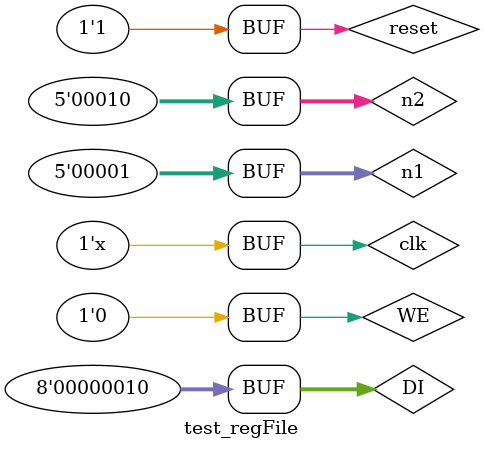
<source format=v>
`timescale 1ns / 1ps


module test_regFile();
	reg reset, WE, clk;
   	reg [4:0]n1,n2;
   	reg [7:0]DI;
  	wire [7:0]q1,q2;
 	regFile regfile(reset, WE, clk, n1, n2, DI, q1, q2);
 	initial begin
 		clk = 0;
 		WE = 0;
 		reset = 0;
 		
 		n1 = 4'b0001;
 		n2 = 4'b0010;
 		DI = 8'b00000010;
 		
 		#100 WE = 1;
 		#150 WE = 0;
 		#100 reset = 1;
 	end
 	always #50 clk = ~clk;
endmodule

</source>
